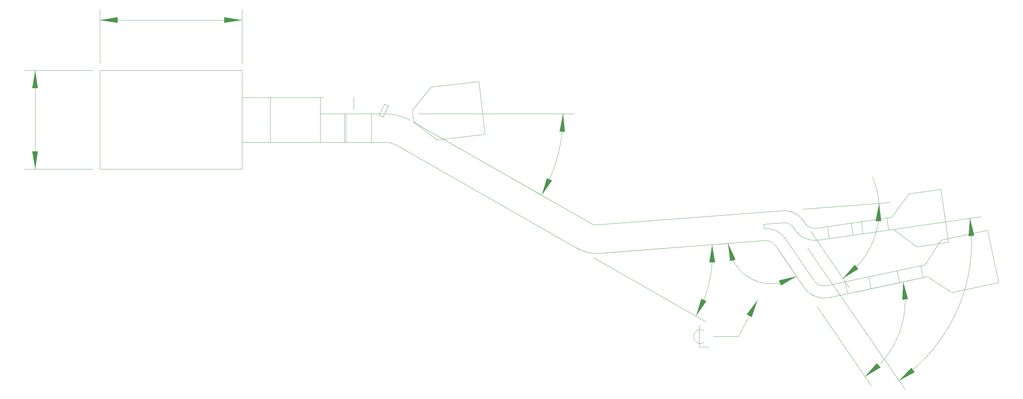
<source format=gbr>
*
G4_C Author: OrCAD GerbTool(tm) 8.1.1 Thu Jun 19 01:37:11 2003*
%LPD*%
%FSLAX34Y34*%
%MOIN*%
%AD*%
%ADD10R,0.050000X0.050000*%
%ADD11C,0.006000*%
%ADD12C,0.019000*%
%ADD13C,0.007900*%
%ADD14C,0.005000*%
%ADD15C,0.000800*%
%ADD16R,0.070000X0.025000*%
%ADD17R,0.068000X0.023000*%
%ADD18C,0.006000*%
%ADD19C,0.009800*%
%ADD20C,0.010000*%
%ADD21C,0.030000*%
%ADD22C,0.060000*%
%ADD23C,0.035000*%
%ADD24C,0.055000*%
%ADD25C,0.010000*%
%ADD26C,0.015000*%
%ADD27C,0.020000*%
%ADD28C,0.005920*%
%ADD29C,0.207760*%
%ADD30C,0.062980*%
%ADD55C,0.001000*%
%ADD56C,0.001000*%
G4_C OrCAD GerbTool Tool List *
G54D56*
G1X-788Y40945D2*
G1X-8347Y40945D1*
G1X-788Y30000D2*
G1X-8347Y30000D1*
G1X-7166Y40945D2*
G1X-7166Y35472D1*
G1X-7166Y30000D1*
G36*
G54D56*
G1X-6851Y38976D2*
G1X-7166Y40945D1*
G1X-7481Y38976D1*
G1X-6851Y38976D1*
G54D56*
G1X-7481Y31968D2*
G1X-7166Y30000D1*
G1X-6851Y31968D1*
G1X-7481Y31968D1*
G37*
G1X15748Y41732D2*
G1X15748Y47707D1*
G1X0Y41732D2*
G1X0Y47707D1*
G1X15748Y46526D2*
G1X7874Y46526D1*
G1X0Y46526D1*
G36*
G54D56*
G1X13779Y46211D2*
G1X15748Y46526D1*
G1X13779Y46841D1*
G1X13779Y46211D1*
G54D56*
G1X1968Y46841D2*
G1X0Y46526D1*
G1X1968Y46211D1*
G1X1968Y46841D1*
G37*
G1X35087Y35013D2*
G1X49960Y26535D1*
G1X35315Y36142D2*
G1X52506Y36142D1*
G1X48934Y27120D2*
G75*
G3X50717Y31475I-15827J9022D1*
G3X51325Y36142I-17609J4667D1*
G74*
G36*
G54D56*
G1X48934Y27120D2*
G1X49533Y29021D1*
G1X50097Y28739D1*
G1X48934Y27120D1*
G54D56*
G1X51325Y36142D2*
G1X51533Y34159D1*
G1X50904Y34193D1*
G1X51325Y36142D1*
G37*
G1X54690Y20213D2*
G1X67063Y13160D1*
G1X55956Y20751D2*
G1X68993Y21741D1*
G1X66037Y13745D2*
G75*
G3X67517Y17565I-12032J6858D1*
G3X67815Y21652I-13512J3038D1*
G74*
G36*
G54D56*
G1X66037Y13745D2*
G1X66604Y15656D1*
G1X67172Y15384D1*
G1X66037Y13745D1*
G54D56*
G1X67815Y21652D2*
G1X68139Y19685D1*
G1X67509Y19682D1*
G1X67815Y21652D1*
G37*
G1X78715Y23137D2*
G1X82997Y16923D1*
G1X77863Y25573D2*
G1X87480Y26303D1*
G1X82327Y17896D2*
G75*
G3X85586Y29145I-5249J7618D1*
G74*
G36*
G54D56*
G1X82327Y17896D2*
G1X83615Y19417D1*
G1X84025Y18939D1*
G1X82327Y17896D1*
G54D56*
G1X86302Y26214D2*
G1X86557Y24236D1*
G1X85927Y24256D1*
G1X86302Y26214D1*
G37*
G1X79461Y14774D2*
G1X85422Y6045D1*
G1X83577Y16394D2*
G1X90126Y17787D1*
G1X84756Y7021D2*
G75*
G3X88463Y11640I-5738J8404D1*
G3X88971Y17541I-9446J3784D1*
G74*
G36*
G54D56*
G1X84756Y7021D2*
G1X86065Y8524D1*
G1X86468Y8041D1*
G1X84756Y7021D1*
G54D56*
G1X88971Y17541D2*
G1X89505Y15621D1*
G1X88879Y15550D1*
G1X88971Y17541D1*
G37*
G1X72889Y22037D2*
G1X68411Y21697D1*
G1X75289Y20883D2*
G1X77822Y17175D1*
G1X69589Y21786D2*
G75*
G3X72323Y17784I4833J367D1*
G3X77156Y18150I2100J4369D1*
G74*
G36*
G54D56*
G1X69589Y21786D2*
G1X70433Y19981D1*
G1X69828Y19807D1*
G1X69589Y21786D1*
G54D56*
G1X77156Y18150D2*
G1X75461Y17100D1*
G1X75218Y17681D1*
G1X77156Y18150D1*
G37*
G1X78376Y21270D2*
G1X89170Y5604D1*
G1X87915Y23357D2*
G1X97539Y24744D1*
G1X88500Y6577D2*
G75*
G3X95000Y14454I-10571J15341D1*
G3X96370Y24575I-17070J7464D1*
G74*
G36*
G54D56*
G1X88500Y6577D2*
G1X89868Y8027D1*
G1X90252Y7528D1*
G1X88500Y6577D1*
G54D56*
G1X96370Y24575D2*
G1X96861Y22643D1*
G1X96233Y22586D1*
G1X96370Y24575D1*
G54D56*
G1X72866Y15500D2*
G1X72212Y13617D1*
G1X71657Y13915D1*
G1X72866Y15500D1*
G37*
G1X66899Y12133D2*
G1X66505Y12265D1*
G1X66112Y12133D1*
G1X65849Y11871D1*
G1X65718Y11477D1*
G1X65849Y11084D1*
G1X66112Y10821D1*
G1X66505Y10690D1*
G1X66899Y10821D1*
G1X66374Y12724D2*
G1X66374Y10296D1*
G1X67424Y10296D1*
G1X70705Y11477D2*
G1X67949Y11477D1*
G1X72866Y15500D2*
G1X70705Y11477D1*
G1X0Y40945D2*
G1X0Y30000D1*
G1X31508Y37216D2*
G1X30948Y36004D1*
G1X31946Y37015D2*
G1X31385Y35803D1*
G1X34683Y36603D2*
G1X36692Y39124D1*
G1X15748Y40945D2*
G1X15748Y37953D1*
G1X15748Y32992D1*
G1X15748Y30000D1*
G1X18889Y37953D2*
G1X18889Y32992D1*
G1X24401Y37953D2*
G1X24401Y36614D1*
G1X24401Y36142D1*
G1X24401Y32992D1*
G1X27078Y36142D2*
G1X27078Y32992D1*
G1X27256Y36142D2*
G1X27256Y32992D1*
G1X28120Y37958D2*
G1X28120Y36624D1*
G1X30088Y36142D2*
G1X30088Y32992D1*
G1X30948Y35997D2*
G1X30948Y36004D1*
G1X31385Y35796D2*
G1X31385Y35803D1*
G1X34738Y35259D2*
G1X34738Y35266D1*
G1X34796Y35265D2*
G1X34796Y35273D1*
G1X37323Y33261D2*
G1X37323Y33269D1*
G1X42643Y33867D2*
G1X42643Y33875D1*
G1X34586Y36592D2*
G1X34738Y35266D1*
G1X89631Y27264D2*
G1X87696Y24678D1*
G1X41973Y39725D2*
G1X42643Y33875D1*
G1X93134Y22130D2*
G1X91376Y19421D1*
G1X73537Y23902D2*
G1X73573Y23431D1*
G1X82528Y17539D2*
G1X82806Y16230D1*
G1X80581Y23652D2*
G1X80772Y22328D1*
G1X83231Y24034D2*
G1X83422Y22709D1*
G1X84342Y24194D2*
G1X84533Y22870D1*
G1X87145Y24598D2*
G1X87336Y23273D1*
G1X85147Y18096D2*
G1X85425Y16787D1*
G1X88289Y18765D2*
G1X88568Y17455D1*
G1X90908Y19322D2*
G1X91187Y18012D1*
G1X93980Y21924D2*
G1X93138Y27769D1*
G1X37323Y33261D2*
G1X34796Y35265D1*
G1X77001Y23266D2*
G1X76771Y23599D1*
G1X78103Y24025D2*
G1X77874Y24358D1*
G1X78020Y16885D2*
G1X74845Y21534D1*
G1X79125Y17639D2*
G1X75951Y22288D1*
G1X99562Y17459D2*
G1X98333Y23236D1*
G1X31385Y35796D2*
G1X30948Y35997D1*
G1X52991Y21182D2*
G1X32844Y32666D1*
G1X54550Y23918D2*
G1X38021Y33341D1*
G1X35182Y34959D2*
G1X34718Y35223D1*
G1X31946Y37015D2*
G1X31508Y37216D1*
G1X91654Y18112D2*
G1X94363Y16354D1*
G1X87887Y23353D2*
G1X90473Y21418D1*
G1X94363Y16354D2*
G1X99562Y17459D1*
G1X91654Y18112D2*
G1X80747Y15792D1*
G1X91376Y19421D2*
G1X80469Y17101D1*
G1X98333Y23236D2*
G1X93134Y22130D1*
G1X90473Y21418D2*
G1X93980Y21924D1*
G1X87887Y23353D2*
G1X79549Y22151D1*
G1X87696Y24678D2*
G1X79358Y23476D1*
G1X73674Y22096D2*
G1X55171Y20692D1*
G1X75780Y24073D2*
G1X73537Y23902D1*
G1X75679Y25407D2*
G1X54932Y23832D1*
G1X93138Y27769D2*
G1X89631Y27264D1*
G1X15748Y30000D2*
G1X0Y30000D1*
G1X31615Y32992D2*
G1X15748Y32992D1*
G1X31615Y36142D2*
G1X24401Y36142D1*
G1X24795Y37953D2*
G1X24401Y37953D1*
G1X15748Y37953D1*
G1X42643Y33867D2*
G1X37323Y33261D1*
G1X34796Y35265D2*
G1X34738Y35259D1*
G1X34683Y36603D2*
G1X34586Y36592D1*
G1X36692Y39124D2*
G1X41973Y39725D1*
G1X15748Y40945D2*
G1X0Y40945D1*
G1X54550Y23918D2*
G75*
G3X54932Y23832I331J581D1*
G74*
G1X34403Y35403D2*
G75*
G3X31615Y36142I-2788J-4891D1*
G74*
G1X79125Y17639D2*
G75*
G3X80469Y17101I1073J733D1*
G74*
G1X32844Y32666D2*
G75*
G3X31615Y32992I-1228J-2155D1*
G74*
G1X75951Y22288D2*
G75*
G3X73573Y23431I-2178J-1487D1*
G74*
G1X52991Y21182D2*
G75*
G3X55171Y20692I1891J3318D1*
G74*
G1X78103Y24025D2*
G75*
G3X79358Y23476I1070J737D1*
G74*
G1X77874Y24358D2*
G75*
G3X75679Y25407I-2010J-1385D1*
G74*
G1X74845Y21534D2*
G75*
G3X73674Y22096I-1073J-733D1*
G74*
G1X78020Y16885D2*
G75*
G3X80747Y15792I2178J1487D1*
G74*
G1X77001Y23266D2*
G75*
G3X79549Y22151I2172J1497D1*
G74*
G1X76771Y23599D2*
G75*
G3X75780Y24073I-908J-625D1*
G74*
M2*

</source>
